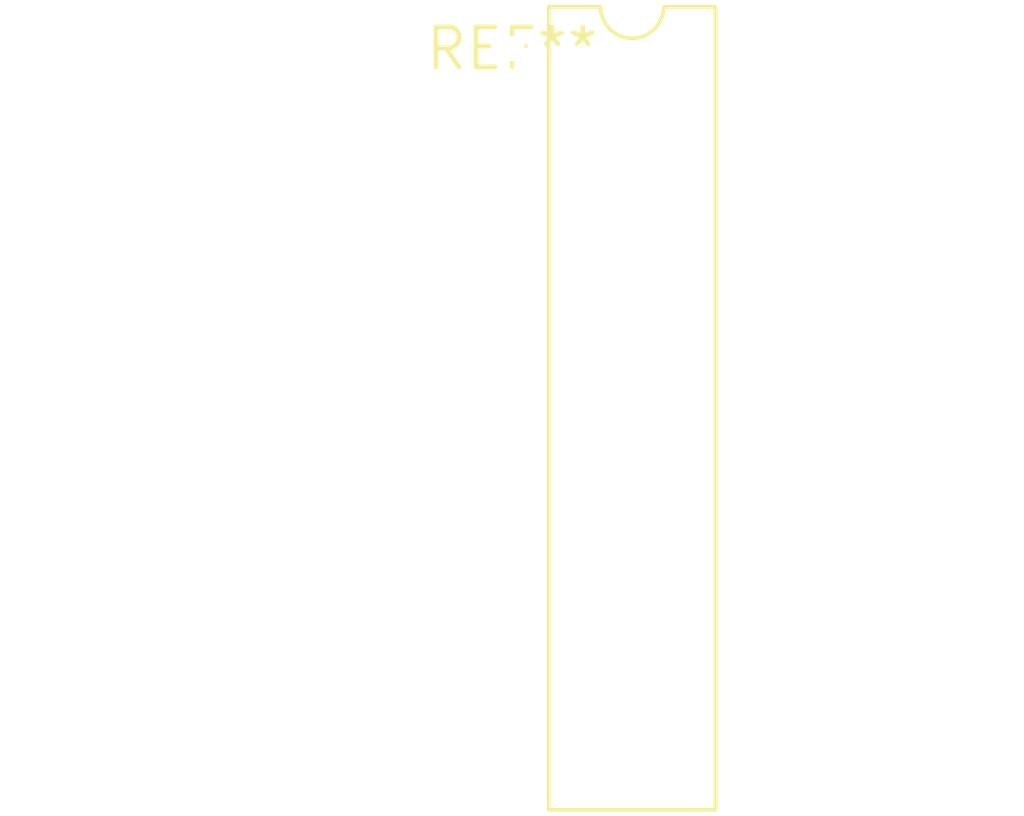
<source format=kicad_pcb>
(kicad_pcb (version 20240108) (generator pcbnew)
  (layers (0 "F.Cu" signal) (31 "B.Cu" signal) (34 "B.Paste" user) (35 "F.Paste" user) (36 "B.SilkS" user "B.Silkscreen") (37 "F.SilkS" user "F.Silkscreen") (38 "B.Mask" user) (39 "F.Mask" user) (44 "Edge.Cuts" user))
  (net 0 "")
  (footprint "CERDIP-20_W7.62mm_SideBrazed" (layer "F.Cu") (at 0 0)
    (property "Reference" "REF**")
    (property "Value" "CERDIP-20_W7.62mm_SideBrazed")
    (fp_line (start 1.16 -1.33) (end 1.16 24.19) (layer "F.SilkS") (stroke (width 0.12)))
    (fp_line (start 1.16 24.19) (end 6.46 24.19) (layer "F.SilkS") (stroke (width 0.12)))
    (fp_line (start 2.81 -1.33) (end 1.16 -1.33) (layer "F.SilkS") (stroke (width 0.12)))
    (fp_line (start 6.46 -1.33) (end 4.81 -1.33) (layer "F.SilkS") (stroke (width 0.12)))
    (fp_line (start 6.46 24.19) (end 6.46 -1.33) (layer "F.SilkS") (stroke (width 0.12)))
    (fp_arc (start 4.81 -1.33) (mid 3.81 -0.33) (end 2.81 -1.33) (layer "F.SilkS") (stroke (width 0.12)))
    (pad "1" thru_hole rect (at 0 0) (size 1.6 1.6) (drill 0.8) (layers *.Cu *.Mask) (remove_unused_layers))
    (pad "2" thru_hole circle (at 0 2.54) (size 1.6 1.6) (drill 0.8) (layers *.Cu *.Mask) (remove_unused_layers))
    (pad "3" thru_hole circle (at 0 5.08) (size 1.6 1.6) (drill 0.8) (layers *.Cu *.Mask) (remove_unused_layers))
    (pad "4" thru_hole circle (at 0 7.62) (size 1.6 1.6) (drill 0.8) (layers *.Cu *.Mask) (remove_unused_layers))
    (pad "5" thru_hole circle (at 0 10.16) (size 1.6 1.6) (drill 0.8) (layers *.Cu *.Mask) (remove_unused_layers))
    (pad "6" thru_hole circle (at 0 12.7) (size 1.6 1.6) (drill 0.8) (layers *.Cu *.Mask) (remove_unused_layers))
    (pad "7" thru_hole circle (at 0 15.24) (size 1.6 1.6) (drill 0.8) (layers *.Cu *.Mask) (remove_unused_layers))
    (pad "8" thru_hole circle (at 0 17.78) (size 1.6 1.6) (drill 0.8) (layers *.Cu *.Mask) (remove_unused_layers))
    (pad "9" thru_hole circle (at 0 20.32) (size 1.6 1.6) (drill 0.8) (layers *.Cu *.Mask) (remove_unused_layers))
    (pad "10" thru_hole circle (at 0 22.86) (size 1.6 1.6) (drill 0.8) (layers *.Cu *.Mask) (remove_unused_layers))
    (pad "11" thru_hole circle (at 7.62 22.86) (size 1.6 1.6) (drill 0.8) (layers *.Cu *.Mask) (remove_unused_layers))
    (pad "12" thru_hole circle (at 7.62 20.32) (size 1.6 1.6) (drill 0.8) (layers *.Cu *.Mask) (remove_unused_layers))
    (pad "13" thru_hole circle (at 7.62 17.78) (size 1.6 1.6) (drill 0.8) (layers *.Cu *.Mask) (remove_unused_layers))
    (pad "14" thru_hole circle (at 7.62 15.24) (size 1.6 1.6) (drill 0.8) (layers *.Cu *.Mask) (remove_unused_layers))
    (pad "15" thru_hole circle (at 7.62 12.7) (size 1.6 1.6) (drill 0.8) (layers *.Cu *.Mask) (remove_unused_layers))
    (pad "16" thru_hole circle (at 7.62 10.16) (size 1.6 1.6) (drill 0.8) (layers *.Cu *.Mask) (remove_unused_layers))
    (pad "17" thru_hole circle (at 7.62 7.62) (size 1.6 1.6) (drill 0.8) (layers *.Cu *.Mask) (remove_unused_layers))
    (pad "18" thru_hole circle (at 7.62 5.08) (size 1.6 1.6) (drill 0.8) (layers *.Cu *.Mask) (remove_unused_layers))
    (pad "19" thru_hole circle (at 7.62 2.54) (size 1.6 1.6) (drill 0.8) (layers *.Cu *.Mask) (remove_unused_layers))
    (pad "20" thru_hole circle (at 7.62 0) (size 1.6 1.6) (drill 0.8) (layers *.Cu *.Mask) (remove_unused_layers))
  )
)
</source>
